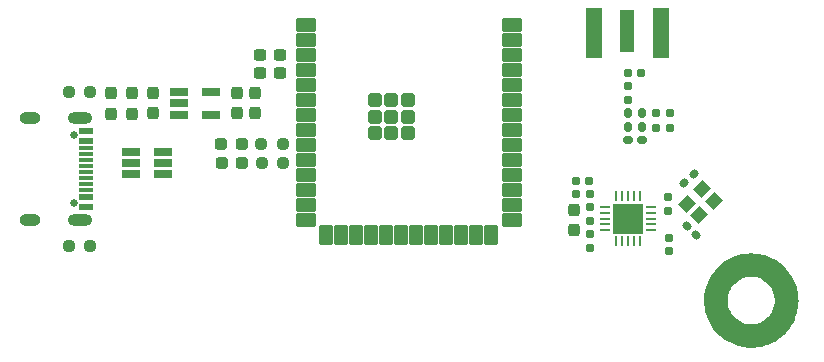
<source format=gbr>
%TF.GenerationSoftware,KiCad,Pcbnew,7.0.7*%
%TF.CreationDate,2023-10-05T10:47:22+02:00*%
%TF.ProjectId,ESPxRF,45535078-5246-42e6-9b69-6361645f7063,rev?*%
%TF.SameCoordinates,Original*%
%TF.FileFunction,Soldermask,Top*%
%TF.FilePolarity,Negative*%
%FSLAX46Y46*%
G04 Gerber Fmt 4.6, Leading zero omitted, Abs format (unit mm)*
G04 Created by KiCad (PCBNEW 7.0.7) date 2023-10-05 10:47:22*
%MOMM*%
%LPD*%
G01*
G04 APERTURE LIST*
G04 Aperture macros list*
%AMRoundRect*
0 Rectangle with rounded corners*
0 $1 Rounding radius*
0 $2 $3 $4 $5 $6 $7 $8 $9 X,Y pos of 4 corners*
0 Add a 4 corners polygon primitive as box body*
4,1,4,$2,$3,$4,$5,$6,$7,$8,$9,$2,$3,0*
0 Add four circle primitives for the rounded corners*
1,1,$1+$1,$2,$3*
1,1,$1+$1,$4,$5*
1,1,$1+$1,$6,$7*
1,1,$1+$1,$8,$9*
0 Add four rect primitives between the rounded corners*
20,1,$1+$1,$2,$3,$4,$5,0*
20,1,$1+$1,$4,$5,$6,$7,0*
20,1,$1+$1,$6,$7,$8,$9,0*
20,1,$1+$1,$8,$9,$2,$3,0*%
%AMRotRect*
0 Rectangle, with rotation*
0 The origin of the aperture is its center*
0 $1 length*
0 $2 width*
0 $3 Rotation angle, in degrees counterclockwise*
0 Add horizontal line*
21,1,$1,$2,0,0,$3*%
G04 Aperture macros list end*
%ADD10RoundRect,0.237500X0.237500X-0.287500X0.237500X0.287500X-0.237500X0.287500X-0.237500X-0.287500X0*%
%ADD11RoundRect,0.237500X0.300000X0.237500X-0.300000X0.237500X-0.300000X-0.237500X0.300000X-0.237500X0*%
%ADD12RoundRect,0.155000X-0.212500X-0.155000X0.212500X-0.155000X0.212500X0.155000X-0.212500X0.155000X0*%
%ADD13RotRect,1.150000X1.000000X225.000000*%
%ADD14RoundRect,0.237500X-0.237500X0.300000X-0.237500X-0.300000X0.237500X-0.300000X0.237500X0.300000X0*%
%ADD15RoundRect,0.155000X0.155000X-0.212500X0.155000X0.212500X-0.155000X0.212500X-0.155000X-0.212500X0*%
%ADD16RoundRect,0.160000X0.160000X-0.222500X0.160000X0.222500X-0.160000X0.222500X-0.160000X-0.222500X0*%
%ADD17RoundRect,0.237500X0.237500X-0.300000X0.237500X0.300000X-0.237500X0.300000X-0.237500X-0.300000X0*%
%ADD18RoundRect,0.160000X-0.160000X0.197500X-0.160000X-0.197500X0.160000X-0.197500X0.160000X0.197500X0*%
%ADD19RoundRect,0.102000X-0.750000X-0.450000X0.750000X-0.450000X0.750000X0.450000X-0.750000X0.450000X0*%
%ADD20RoundRect,0.102000X-0.450000X-0.750000X0.450000X-0.750000X0.450000X0.750000X-0.450000X0.750000X0*%
%ADD21RoundRect,0.102000X-0.450000X-0.450000X0.450000X-0.450000X0.450000X0.450000X-0.450000X0.450000X0*%
%ADD22RoundRect,0.160000X-0.222500X-0.160000X0.222500X-0.160000X0.222500X0.160000X-0.222500X0.160000X0*%
%ADD23RoundRect,0.155000X-0.040659X-0.259862X0.259862X0.040659X0.040659X0.259862X-0.259862X-0.040659X0*%
%ADD24RoundRect,0.155000X-0.259862X0.040659X0.040659X-0.259862X0.259862X-0.040659X-0.040659X0.259862X0*%
%ADD25RoundRect,0.237500X0.250000X0.237500X-0.250000X0.237500X-0.250000X-0.237500X0.250000X-0.237500X0*%
%ADD26RoundRect,0.155000X-0.155000X0.212500X-0.155000X-0.212500X0.155000X-0.212500X0.155000X0.212500X0*%
%ADD27R,1.560000X0.650000*%
%ADD28RoundRect,0.237500X-0.287500X-0.237500X0.287500X-0.237500X0.287500X0.237500X-0.287500X0.237500X0*%
%ADD29RoundRect,0.160000X-0.197500X-0.160000X0.197500X-0.160000X0.197500X0.160000X-0.197500X0.160000X0*%
%ADD30RoundRect,0.237500X-0.250000X-0.237500X0.250000X-0.237500X0.250000X0.237500X-0.250000X0.237500X0*%
%ADD31RoundRect,0.155000X0.212500X0.155000X-0.212500X0.155000X-0.212500X-0.155000X0.212500X-0.155000X0*%
%ADD32C,0.650000*%
%ADD33R,1.150000X0.600000*%
%ADD34R,1.150000X0.300000*%
%ADD35O,2.100000X1.000000*%
%ADD36O,1.800000X1.000000*%
%ADD37R,1.270000X3.600000*%
%ADD38R,1.350000X4.200000*%
%ADD39RoundRect,0.062500X0.062500X-0.350000X0.062500X0.350000X-0.062500X0.350000X-0.062500X-0.350000X0*%
%ADD40RoundRect,0.062500X0.350000X-0.062500X0.350000X0.062500X-0.350000X0.062500X-0.350000X-0.062500X0*%
%ADD41R,2.500000X2.500000*%
G04 APERTURE END LIST*
D10*
%TO.C,L1*%
X97536000Y-68185000D03*
X97536000Y-66435000D03*
%TD*%
D11*
%TO.C,C6*%
X110082500Y-63246000D03*
X108357500Y-63246000D03*
%TD*%
D12*
%TO.C,C12*%
X141915000Y-69353749D03*
X143050000Y-69353749D03*
%TD*%
D13*
%TO.C,Y1*%
X145765000Y-74546307D03*
X144527563Y-75783744D03*
X145517512Y-76773693D03*
X146754949Y-75536256D03*
%TD*%
D14*
%TO.C,C3*%
X107965000Y-66410000D03*
X107965000Y-68135000D03*
%TD*%
D12*
%TO.C,C17*%
X139515000Y-64726250D03*
X140650000Y-64726250D03*
%TD*%
D10*
%TO.C,F1*%
X95758000Y-68185000D03*
X95758000Y-66435000D03*
%TD*%
D14*
%TO.C,C2*%
X106365000Y-66410000D03*
X106365000Y-68135000D03*
%TD*%
D15*
%TO.C,C16*%
X139482500Y-66993750D03*
X139482500Y-65858750D03*
%TD*%
D16*
%TO.C,L4*%
X140682500Y-69298750D03*
X140682500Y-68153750D03*
%TD*%
D17*
%TO.C,C8*%
X134964999Y-78022500D03*
X134964999Y-76297500D03*
%TD*%
D18*
%TO.C,R6*%
X142865000Y-75259999D03*
X142865000Y-76454999D03*
%TD*%
D15*
%TO.C,C13*%
X136265000Y-77227500D03*
X136265000Y-76092500D03*
%TD*%
%TO.C,C15*%
X142965000Y-79827500D03*
X142965000Y-78692500D03*
%TD*%
D19*
%TO.C,U3*%
X112215000Y-60700000D03*
X112215000Y-61970000D03*
X112215000Y-63240000D03*
X112215000Y-64510000D03*
X112215000Y-65780000D03*
X112215000Y-67050000D03*
X112215000Y-68320000D03*
X112215000Y-69590000D03*
X112215000Y-70860000D03*
X112215000Y-72130000D03*
X112215000Y-73400000D03*
X112215000Y-74670000D03*
X112215000Y-75940000D03*
X112215000Y-77210000D03*
D20*
X113980000Y-78460000D03*
X115250000Y-78460000D03*
X116520000Y-78460000D03*
X117790000Y-78460000D03*
X119060000Y-78460000D03*
X120330000Y-78460000D03*
X121600000Y-78460000D03*
X122870000Y-78460000D03*
X124140000Y-78460000D03*
X125410000Y-78460000D03*
X126680000Y-78460000D03*
X127950000Y-78460000D03*
D19*
X129715000Y-77210000D03*
X129715000Y-75940000D03*
X129715000Y-74670000D03*
X129715000Y-73400000D03*
X129715000Y-72130000D03*
X129715000Y-70860000D03*
X129715000Y-69590000D03*
X129715000Y-68320000D03*
X129715000Y-67050000D03*
X129715000Y-65780000D03*
X129715000Y-64510000D03*
X129715000Y-63240000D03*
X129715000Y-61970000D03*
X129715000Y-60700000D03*
D21*
X119465000Y-68420000D03*
X118065000Y-68420000D03*
X120865000Y-68420000D03*
X118065000Y-69820000D03*
X119465000Y-69820000D03*
X120865000Y-69820000D03*
X118065000Y-67020000D03*
X119465000Y-67020000D03*
X120865000Y-67020000D03*
%TD*%
D22*
%TO.C,L2*%
X139510000Y-70426250D03*
X140655000Y-70426250D03*
%TD*%
D23*
%TO.C,C9*%
X144263717Y-74061283D03*
X145066283Y-73258717D03*
%TD*%
D24*
%TO.C,C11*%
X144463717Y-77658718D03*
X145266283Y-78461284D03*
%TD*%
D25*
%TO.C,R4*%
X110327500Y-72360000D03*
X108502500Y-72360000D03*
%TD*%
D12*
%TO.C,C14*%
X141915000Y-68153750D03*
X143050000Y-68153750D03*
%TD*%
D26*
%TO.C,C7*%
X136265000Y-78392500D03*
X136265000Y-79527500D03*
%TD*%
D27*
%TO.C,U2*%
X101520000Y-66360000D03*
X101520000Y-67310000D03*
X101520000Y-68260000D03*
X104220000Y-68260000D03*
X104220000Y-66360000D03*
%TD*%
D28*
%TO.C,D1*%
X105090000Y-70760000D03*
X106840000Y-70760000D03*
%TD*%
D29*
%TO.C,R5*%
X135067500Y-74960000D03*
X136262500Y-74960000D03*
%TD*%
D28*
%TO.C,D2*%
X105115000Y-72360000D03*
X106865000Y-72360000D03*
%TD*%
D30*
%TO.C,R2*%
X92152500Y-66360000D03*
X93977500Y-66360000D03*
%TD*%
D31*
%TO.C,C10*%
X136232500Y-73860000D03*
X135097500Y-73860000D03*
%TD*%
D32*
%TO.C,J1*%
X92580000Y-69970000D03*
X92580000Y-75750000D03*
D33*
X93655000Y-69660000D03*
X93655000Y-70460000D03*
D34*
X93655000Y-71610000D03*
X93655000Y-72610000D03*
X93655000Y-73110000D03*
X93655000Y-74110000D03*
D33*
X93655000Y-75260000D03*
X93655000Y-76060000D03*
X93655000Y-76060000D03*
X93655000Y-75260000D03*
D34*
X93655000Y-74610000D03*
X93655000Y-73610000D03*
X93655000Y-72110000D03*
X93655000Y-71110000D03*
D33*
X93655000Y-70460000D03*
X93655000Y-69660000D03*
D35*
X93080000Y-68540000D03*
D36*
X88900000Y-68540000D03*
D35*
X93080000Y-77180000D03*
D36*
X88900000Y-77180000D03*
%TD*%
D27*
%TO.C,U1*%
X97415000Y-71410000D03*
X97415000Y-72360000D03*
X97415000Y-73310000D03*
X100115000Y-73310000D03*
X100115000Y-72360000D03*
X100115000Y-71410000D03*
%TD*%
D16*
%TO.C,L3*%
X139482500Y-69298750D03*
X139482500Y-68153750D03*
%TD*%
D11*
%TO.C,C5*%
X110082500Y-64770000D03*
X108357500Y-64770000D03*
%TD*%
D37*
%TO.C,J2*%
X139450000Y-61188750D03*
D38*
X142275000Y-61388750D03*
X136625000Y-61388750D03*
%TD*%
D39*
%TO.C,U4*%
X138527500Y-78997500D03*
X139027500Y-78997500D03*
X139527500Y-78997500D03*
X140027500Y-78997500D03*
X140527500Y-78997500D03*
D40*
X141465000Y-78060000D03*
X141465000Y-77560000D03*
X141465000Y-77060000D03*
X141465000Y-76560000D03*
X141465000Y-76060000D03*
D39*
X140527500Y-75122500D03*
X140027500Y-75122500D03*
X139527500Y-75122500D03*
X139027500Y-75122500D03*
X138527500Y-75122500D03*
D40*
X137590000Y-76060000D03*
X137590000Y-76560000D03*
X137590000Y-77060000D03*
X137590000Y-77560000D03*
X137590000Y-78060000D03*
D41*
X139527500Y-77060000D03*
%TD*%
D14*
%TO.C,C1*%
X99265000Y-66410000D03*
X99265000Y-68135000D03*
%TD*%
D30*
%TO.C,R1*%
X92152500Y-79360000D03*
X93977500Y-79360000D03*
%TD*%
D25*
%TO.C,R3*%
X110277500Y-70760000D03*
X108452500Y-70760000D03*
%TD*%
G36*
X149953081Y-80000154D02*
G01*
X150343239Y-80019729D01*
X150349233Y-80020322D01*
X150476959Y-80039270D01*
X150735636Y-80078468D01*
X150741415Y-80079627D01*
X150892444Y-80117458D01*
X151120295Y-80175798D01*
X151125806Y-80177486D01*
X151283035Y-80233744D01*
X151493373Y-80310744D01*
X151498571Y-80312919D01*
X151655241Y-80387018D01*
X151851246Y-80481985D01*
X151856089Y-80484603D01*
X152008163Y-80575753D01*
X152190383Y-80687837D01*
X152194835Y-80690849D01*
X152339444Y-80798098D01*
X152507444Y-80926266D01*
X152511477Y-80929622D01*
X152646397Y-81051908D01*
X152799304Y-81194920D01*
X152802893Y-81198566D01*
X152926237Y-81334657D01*
X153063097Y-81491155D01*
X153066226Y-81495037D01*
X153176367Y-81643543D01*
X153296251Y-81812078D01*
X153298909Y-81816143D01*
X153394445Y-81975536D01*
X153496445Y-82154502D01*
X153498628Y-82158695D01*
X153578422Y-82327405D01*
X153661722Y-82515063D01*
X153663430Y-82519331D01*
X153726538Y-82695704D01*
X153790454Y-82890201D01*
X153791695Y-82894494D01*
X153837357Y-83076783D01*
X153881387Y-83276271D01*
X153882173Y-83280538D01*
X153909815Y-83466873D01*
X153933615Y-83669421D01*
X153933964Y-83673615D01*
X153943229Y-83862183D01*
X153946631Y-84065816D01*
X153946565Y-84069895D01*
X153937286Y-84258794D01*
X153920308Y-84461526D01*
X153919853Y-84465449D01*
X153892055Y-84652851D01*
X153854904Y-84852680D01*
X153854090Y-84856412D01*
X153807992Y-85040448D01*
X153751055Y-85235450D01*
X153749915Y-85238961D01*
X153685939Y-85417763D01*
X153609800Y-85606011D01*
X153608370Y-85609272D01*
X153527090Y-85781127D01*
X153432518Y-85960757D01*
X153430836Y-85963748D01*
X153333737Y-86125748D01*
X153332252Y-86128104D01*
X153220951Y-86296191D01*
X153219055Y-86298896D01*
X153106527Y-86450622D01*
X153104737Y-86452921D01*
X152977187Y-86609007D01*
X152975116Y-86611412D01*
X152848217Y-86751423D01*
X152846118Y-86753627D01*
X152703627Y-86896118D01*
X152701423Y-86898217D01*
X152561412Y-87025116D01*
X152559007Y-87027187D01*
X152402921Y-87154737D01*
X152400622Y-87156527D01*
X152248896Y-87269055D01*
X152246191Y-87270951D01*
X152078104Y-87382252D01*
X152075748Y-87383737D01*
X151913748Y-87480836D01*
X151910757Y-87482518D01*
X151731127Y-87577090D01*
X151559272Y-87658370D01*
X151556011Y-87659800D01*
X151367763Y-87735939D01*
X151188961Y-87799915D01*
X151185450Y-87801055D01*
X150990448Y-87857992D01*
X150806412Y-87904090D01*
X150802680Y-87904904D01*
X150602851Y-87942055D01*
X150415449Y-87969853D01*
X150411526Y-87970308D01*
X150208794Y-87987286D01*
X150019895Y-87996565D01*
X150015816Y-87996631D01*
X149812183Y-87993229D01*
X149623615Y-87983964D01*
X149619421Y-87983615D01*
X149416873Y-87959815D01*
X149230538Y-87932173D01*
X149226271Y-87931387D01*
X149026783Y-87887357D01*
X148844494Y-87841695D01*
X148840201Y-87840454D01*
X148645704Y-87776538D01*
X148469331Y-87713430D01*
X148465063Y-87711722D01*
X148277405Y-87628422D01*
X148108695Y-87548628D01*
X148104502Y-87546445D01*
X147925536Y-87444445D01*
X147766143Y-87348909D01*
X147762078Y-87346251D01*
X147593543Y-87226367D01*
X147445037Y-87116226D01*
X147441155Y-87113097D01*
X147284657Y-86976237D01*
X147148566Y-86852893D01*
X147144920Y-86849304D01*
X147001908Y-86696397D01*
X146879622Y-86561477D01*
X146876266Y-86557444D01*
X146748098Y-86389444D01*
X146640849Y-86244835D01*
X146637837Y-86240383D01*
X146525753Y-86058163D01*
X146434603Y-85906089D01*
X146431985Y-85901246D01*
X146337018Y-85705241D01*
X146262919Y-85548571D01*
X146260744Y-85543373D01*
X146183744Y-85333035D01*
X146127486Y-85175806D01*
X146125798Y-85170295D01*
X146067458Y-84942444D01*
X146029627Y-84791415D01*
X146028468Y-84785636D01*
X145989270Y-84526959D01*
X145970322Y-84399233D01*
X145969729Y-84393239D01*
X145957167Y-84142859D01*
X147952548Y-84142859D01*
X147993209Y-84425669D01*
X147993211Y-84425679D01*
X148073708Y-84699826D01*
X148192393Y-84959710D01*
X148192402Y-84959726D01*
X148346872Y-85200085D01*
X148346878Y-85200092D01*
X148533978Y-85416019D01*
X148533980Y-85416021D01*
X148749907Y-85603121D01*
X148749914Y-85603127D01*
X148990273Y-85757597D01*
X148990289Y-85757606D01*
X149250173Y-85876291D01*
X149524320Y-85956788D01*
X149524330Y-85956790D01*
X149807140Y-85997451D01*
X149807142Y-85997452D01*
X150092858Y-85997452D01*
X150092859Y-85997451D01*
X150375669Y-85956790D01*
X150375679Y-85956788D01*
X150649826Y-85876291D01*
X150909710Y-85757606D01*
X150909726Y-85757597D01*
X151150085Y-85603127D01*
X151150092Y-85603121D01*
X151366019Y-85416021D01*
X151366021Y-85416019D01*
X151553121Y-85200092D01*
X151553127Y-85200085D01*
X151707597Y-84959726D01*
X151707606Y-84959710D01*
X151826291Y-84699826D01*
X151906788Y-84425679D01*
X151906790Y-84425669D01*
X151947452Y-84142857D01*
X151947452Y-84142855D01*
X151950000Y-84000000D01*
X151947452Y-83857144D01*
X151947452Y-83857142D01*
X151906790Y-83574330D01*
X151906788Y-83574320D01*
X151826291Y-83300173D01*
X151707606Y-83040289D01*
X151707597Y-83040273D01*
X151553127Y-82799914D01*
X151553121Y-82799907D01*
X151366021Y-82583980D01*
X151366019Y-82583978D01*
X151150092Y-82396878D01*
X151150085Y-82396872D01*
X150909726Y-82242402D01*
X150909710Y-82242393D01*
X150649826Y-82123708D01*
X150375679Y-82043211D01*
X150375669Y-82043209D01*
X150092859Y-82002548D01*
X149807140Y-82002548D01*
X149524330Y-82043209D01*
X149524320Y-82043211D01*
X149250173Y-82123708D01*
X148990289Y-82242393D01*
X148990273Y-82242402D01*
X148749914Y-82396872D01*
X148749907Y-82396878D01*
X148533980Y-82583978D01*
X148533978Y-82583980D01*
X148346878Y-82799907D01*
X148346872Y-82799914D01*
X148192402Y-83040273D01*
X148192393Y-83040289D01*
X148073708Y-83300173D01*
X147993211Y-83574320D01*
X147993209Y-83574330D01*
X147952548Y-83857140D01*
X147952548Y-84142859D01*
X145957167Y-84142859D01*
X145950154Y-84003081D01*
X145950150Y-83996928D01*
X145969112Y-83610973D01*
X145969708Y-83604914D01*
X146026412Y-83222654D01*
X146027599Y-83216683D01*
X146121500Y-82841809D01*
X146123267Y-82835983D01*
X146253451Y-82472144D01*
X146255781Y-82466519D01*
X146421014Y-82117162D01*
X146423884Y-82111793D01*
X146622552Y-81780337D01*
X146625934Y-81775275D01*
X146856146Y-81464870D01*
X146860008Y-81460164D01*
X147119525Y-81173830D01*
X147123830Y-81169525D01*
X147410164Y-80910008D01*
X147414870Y-80906146D01*
X147725275Y-80675934D01*
X147730337Y-80672552D01*
X148061793Y-80473884D01*
X148067162Y-80471014D01*
X148416519Y-80305781D01*
X148422144Y-80303451D01*
X148785983Y-80173267D01*
X148791809Y-80171500D01*
X149166683Y-80077599D01*
X149172654Y-80076412D01*
X149554914Y-80019708D01*
X149560973Y-80019112D01*
X149946928Y-80000150D01*
X149953081Y-80000154D01*
G37*
M02*

</source>
